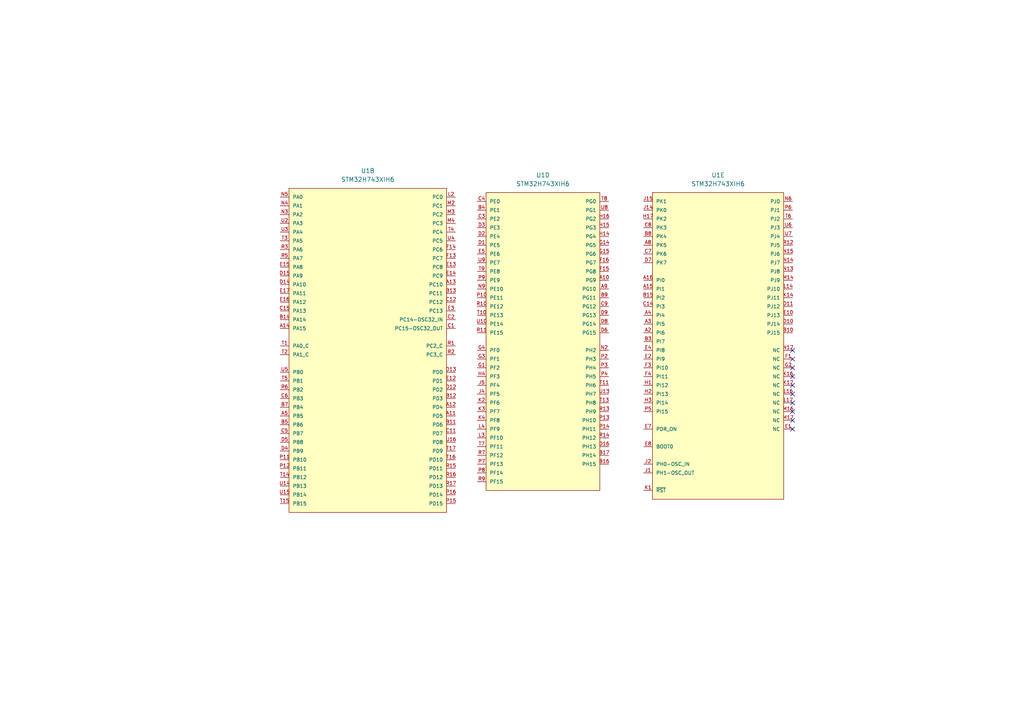
<source format=kicad_sch>
(kicad_sch (version 20231120) (generator "eeschema") (generator_version "8.0")
  (paper "A4")
  (lib_symbols
    (symbol "STM32H743XIH6:STM32H743XIH6" (pin_names (offset 1.016))
      (property "Reference" "U" (at 0 5.08 0))
      (property "Value" "STM32H743XIH6" (at 0 7.62 0))
      (symbol "STM32H743XIH6_1_1"
        (rectangle (start 5.08 2.54) (end 35.56 -83.82) (fill (type background)))
        (pin power_in line (at 38.1 0 180) (length 2.54) (name "VSS") (number "A1"))
        (pin power_in line (at 38.1 -2.54 180) (length 2.54) (name "VSS") (number "A17"))
        (pin power_in line (at 2.54 -25.4 0) (length 2.54) (name "VDDLDO") (number "A6"))
        (pin power_in line (at 2.54 -45.72 0) (length 2.54) (name "VCAP") (number "A7"))
        (pin power_in line (at 2.54 -40.64 0) (length 2.54) (name "VBAT") (number "B1"))
        (pin power_in line (at 38.1 -5.08 180) (length 2.54) (name "VSS") (number "B2"))
        (pin power_in line (at 38.1 -7.62 180) (length 2.54) (name "VSS") (number "B6"))
        (pin power_in line (at 38.1 -10.16 180) (length 2.54) (name "VSS") (number "C10"))
        (pin power_in line (at 38.1 -12.7 180) (length 2.54) (name "VSS") (number "C13"))
        (pin power_in line (at 38.1 -15.24 180) (length 2.54) (name "VSS") (number "C16"))
        (pin power_in line (at 2.54 -27.94 0) (length 2.54) (name "VDDLDO") (number "C17"))
        (pin power_in line (at 2.54 -48.26 0) (length 2.54) (name "VCAP") (number "D17"))
        (pin power_in line (at 2.54 -35.56 0) (length 2.54) (name "VDD") (number "E11"))
        (pin power_in line (at 2.54 -30.48 0) (length 2.54) (name "VDD") (number "E6"))
        (pin power_in line (at 2.54 -33.02 0) (length 2.54) (name "VDD") (number "E9"))
        (pin power_in line (at 2.54 -20.32 0) (length 2.54) (name "VDD33USB") (number "F17"))
        (pin power_in line (at 38.1 -17.78 180) (length 2.54) (name "VSS") (number "F2"))
        (pin power_in line (at 2.54 0 0) (length 2.54) (name "VDD") (number "F5"))
        (pin power_in line (at 38.1 -27.94 180) (length 2.54) (name "VSS") (number "G10"))
        (pin power_in line (at 38.1 -30.48 180) (length 2.54) (name "VSS") (number "G11"))
        (pin power_in line (at 2.54 -5.08 0) (length 2.54) (name "VDD") (number "G13"))
        (pin power_in line (at 38.1 -33.02 180) (length 2.54) (name "VSS") (number "G16"))
        (pin power_in line (at 2.54 -22.86 0) (length 2.54) (name "VDD50USB") (number "G17"))
        (pin power_in line (at 2.54 -2.54 0) (length 2.54) (name "VDD") (number "G5"))
        (pin power_in line (at 38.1 -20.32 180) (length 2.54) (name "VSS") (number "G7"))
        (pin power_in line (at 38.1 -22.86 180) (length 2.54) (name "VSS") (number "G8"))
        (pin power_in line (at 38.1 -25.4 180) (length 2.54) (name "VSS") (number "G9"))
        (pin power_in line (at 38.1 -43.18 180) (length 2.54) (name "VSS") (number "H10"))
        (pin power_in line (at 38.1 -45.72 180) (length 2.54) (name "VSS") (number "H11"))
        (pin power_in line (at 2.54 -10.16 0) (length 2.54) (name "VDD") (number "H13"))
        (pin power_in line (at 2.54 -7.62 0) (length 2.54) (name "VDD") (number "H5"))
        (pin power_in line (at 38.1 -35.56 180) (length 2.54) (name "VSS") (number "H7"))
        (pin power_in line (at 38.1 -38.1 180) (length 2.54) (name "VSS") (number "H8"))
        (pin power_in line (at 38.1 -40.64 180) (length 2.54) (name "VSS") (number "H9"))
        (pin power_in line (at 38.1 -58.42 180) (length 2.54) (name "VSS") (number "J10"))
        (pin power_in line (at 38.1 -60.96 180) (length 2.54) (name "VSS") (number "J11"))
        (pin power_in line (at 2.54 -12.7 0) (length 2.54) (name "VDD") (number "J13"))
        (pin power_in line (at 38.1 -63.5 180) (length 2.54) (name "VSS") (number "J16"))
        (pin power_in line (at 38.1 -66.04 180) (length 2.54) (name "VSS") (number "J17"))
        (pin power_in line (at 38.1 -48.26 180) (length 2.54) (name "VSS") (number "J3"))
        (pin power_in line (at 38.1 -50.8 180) (length 2.54) (name "VSS") (number "J7"))
        (pin power_in line (at 38.1 -53.34 180) (length 2.54) (name "VSS") (number "J8"))
        (pin power_in line (at 38.1 -55.88 180) (length 2.54) (name "VSS") (number "J9"))
        (pin power_in line (at 38.1 -76.2 180) (length 2.54) (name "VSS") (number "K10"))
        (pin power_in line (at 38.1 -78.74 180) (length 2.54) (name "VSS") (number "K11"))
        (pin power_in line (at 2.54 -17.78 0) (length 2.54) (name "VDD") (number "K13"))
        (pin power_in line (at 38.1 -81.28 180) (length 2.54) (name "VSS") (number "K15"))
        (pin power_in line (at 2.54 -15.24 0) (length 2.54) (name "VDD") (number "K5"))
        (pin power_in line (at 38.1 -68.58 180) (length 2.54) (name "VSS") (number "K7"))
        (pin power_in line (at 38.1 -71.12 180) (length 2.54) (name "VSS") (number "K8"))
        (pin power_in line (at 38.1 -73.66 180) (length 2.54) (name "VSS") (number "K9"))
      )
      (symbol "STM32H743XIH6_2_1"
        (rectangle (start 5.08 2.54) (end 50.8 -91.44) (fill (type background)))
        (pin bidirectional line (at 53.34 -63.5 180) (length 2.54) (name "PD5") (number "A11"))
        (pin bidirectional line (at 53.34 -60.96 180) (length 2.54) (name "PD4") (number "A12"))
        (pin bidirectional line (at 53.34 -25.4 180) (length 2.54) (name "PC10") (number "A13"))
        (pin bidirectional line (at 2.54 -38.1 0) (length 2.54) (name "PA15") (number "A14"))
        (pin bidirectional line (at 2.54 -63.5 0) (length 2.54) (name "PB5") (number "A5"))
        (pin bidirectional line (at 53.34 -66.04 180) (length 2.54) (name "PD6") (number "B11"))
        (pin bidirectional line (at 53.34 -58.42 180) (length 2.54) (name "PD3") (number "B12"))
        (pin bidirectional line (at 53.34 -27.94 180) (length 2.54) (name "PC11") (number "B13"))
        (pin bidirectional line (at 2.54 -35.56 0) (length 2.54) (name "PA14") (number "B14"))
        (pin bidirectional line (at 2.54 -66.04 0) (length 2.54) (name "PB6") (number "B5"))
        (pin bidirectional line (at 2.54 -60.96 0) (length 2.54) (name "PB4") (number "B7"))
        (pin bidirectional line (at 53.34 -38.1 180) (length 2.54) (name "PC15-OSC32_OUT") (number "C1"))
        (pin bidirectional line (at 53.34 -68.58 180) (length 2.54) (name "PD7") (number "C11"))
        (pin bidirectional line (at 53.34 -30.48 180) (length 2.54) (name "PC12") (number "C12"))
        (pin bidirectional line (at 2.54 -33.02 0) (length 2.54) (name "PA13") (number "C15"))
        (pin bidirectional line (at 53.34 -35.56 180) (length 2.54) (name "PC14-OSC32_IN") (number "C2"))
        (pin bidirectional line (at 2.54 -68.58 0) (length 2.54) (name "PB7") (number "C5"))
        (pin bidirectional line (at 2.54 -58.42 0) (length 2.54) (name "PB3") (number "C6"))
        (pin bidirectional line (at 53.34 -55.88 180) (length 2.54) (name "PD2") (number "D12"))
        (pin bidirectional line (at 53.34 -50.8 180) (length 2.54) (name "PD0") (number "D13"))
        (pin bidirectional line (at 2.54 -25.4 0) (length 2.54) (name "PA10") (number "D14"))
        (pin bidirectional line (at 2.54 -22.86 0) (length 2.54) (name "PA9") (number "D15"))
        (pin bidirectional line (at 2.54 -73.66 0) (length 2.54) (name "PB9") (number "D4"))
        (pin bidirectional line (at 2.54 -71.12 0) (length 2.54) (name "PB8") (number "D5"))
        (pin bidirectional line (at 53.34 -53.34 180) (length 2.54) (name "PD1") (number "E12"))
        (pin bidirectional line (at 53.34 -20.32 180) (length 2.54) (name "PC8") (number "E13"))
        (pin bidirectional line (at 53.34 -22.86 180) (length 2.54) (name "PC9") (number "E14"))
        (pin bidirectional line (at 2.54 -20.32 0) (length 2.54) (name "PA8") (number "E15"))
        (pin bidirectional line (at 2.54 -30.48 0) (length 2.54) (name "PA12") (number "E16"))
        (pin bidirectional line (at 2.54 -27.94 0) (length 2.54) (name "PA11") (number "E17"))
        (pin bidirectional line (at 53.34 -33.02 180) (length 2.54) (name "PC13") (number "E3"))
        (pin bidirectional line (at 53.34 -17.78 180) (length 2.54) (name "PC7") (number "F13"))
        (pin bidirectional line (at 53.34 -15.24 180) (length 2.54) (name "PC6") (number "F14"))
        (pin bidirectional line (at 53.34 0 180) (length 2.54) (name "PC0") (number "L2"))
        (pin bidirectional line (at 53.34 -2.54 180) (length 2.54) (name "PC1") (number "M2"))
        (pin bidirectional line (at 53.34 -5.08 180) (length 2.54) (name "PC2") (number "M3"))
        (pin bidirectional line (at 53.34 -7.62 180) (length 2.54) (name "PC3") (number "M4"))
        (pin bidirectional line (at 2.54 -5.08 0) (length 2.54) (name "PA2") (number "N3"))
        (pin bidirectional line (at 2.54 -2.54 0) (length 2.54) (name "PA1") (number "N4"))
        (pin bidirectional line (at 2.54 0 0) (length 2.54) (name "PA0") (number "N5"))
        (pin bidirectional line (at 2.54 -76.2 0) (length 2.54) (name "PB10") (number "P11"))
        (pin bidirectional line (at 2.54 -78.74 0) (length 2.54) (name "PB11") (number "P12"))
        (pin bidirectional line (at 53.34 -88.9 180) (length 2.54) (name "PD15") (number "P15"))
        (pin bidirectional line (at 53.34 -86.36 180) (length 2.54) (name "PD14") (number "P16"))
        (pin bidirectional line (at 53.34 -43.18 180) (length 2.54) (name "PC2_C") (number "R1"))
        (pin bidirectional line (at 53.34 -78.74 180) (length 2.54) (name "PD11") (number "R15"))
        (pin bidirectional line (at 53.34 -81.28 180) (length 2.54) (name "PD12") (number "R16"))
        (pin bidirectional line (at 53.34 -83.82 180) (length 2.54) (name "PD13") (number "R17"))
        (pin bidirectional line (at 53.34 -45.72 180) (length 2.54) (name "PC3_C") (number "R2"))
        (pin bidirectional line (at 2.54 -15.24 0) (length 2.54) (name "PA6") (number "R3"))
        (pin bidirectional line (at 2.54 -17.78 0) (length 2.54) (name "PA7") (number "R5"))
        (pin bidirectional line (at 2.54 -55.88 0) (length 2.54) (name "PB2") (number "R6"))
        (pin bidirectional line (at 2.54 -43.18 0) (length 2.54) (name "PA0_C") (number "T1"))
        (pin bidirectional line (at 2.54 -81.28 0) (length 2.54) (name "PB12") (number "T14"))
        (pin bidirectional line (at 2.54 -88.9 0) (length 2.54) (name "PB15") (number "T15"))
        (pin bidirectional line (at 53.34 -76.2 180) (length 2.54) (name "PD10") (number "T16"))
        (pin bidirectional line (at 53.34 -73.66 180) (length 2.54) (name "PD9") (number "T17"))
        (pin bidirectional line (at 2.54 -45.72 0) (length 2.54) (name "PA1_C") (number "T2"))
        (pin bidirectional line (at 2.54 -12.7 0) (length 2.54) (name "PA5") (number "T3"))
        (pin bidirectional line (at 53.34 -10.16 180) (length 2.54) (name "PC4") (number "T4"))
        (pin bidirectional line (at 2.54 -53.34 0) (length 2.54) (name "PB1") (number "T5"))
        (pin bidirectional line (at 2.54 -83.82 0) (length 2.54) (name "PB13") (number "U14"))
        (pin bidirectional line (at 2.54 -86.36 0) (length 2.54) (name "PB14") (number "U15"))
        (pin bidirectional line (at 53.34 -71.12 180) (length 2.54) (name "PD8") (number "U16"))
        (pin bidirectional line (at 2.54 -7.62 0) (length 2.54) (name "PA3") (number "U2"))
        (pin bidirectional line (at 2.54 -10.16 0) (length 2.54) (name "PA4") (number "U3"))
        (pin bidirectional line (at 53.34 -12.7 180) (length 2.54) (name "PC5") (number "U4"))
        (pin bidirectional line (at 2.54 -50.8 0) (length 2.54) (name "PB0") (number "U5"))
      )
      (symbol "STM32H743XIH6_3_1"
        (rectangle (start 5.08 2.54) (end 35.56 -43.18) (fill (type background)))
        (pin power_in line (at 2.54 -25.4 0) (length 2.54) (name "VDDA") (number "L1"))
        (pin power_in line (at 38.1 -15.24 180) (length 2.54) (name "VSS") (number "L10"))
        (pin power_in line (at 38.1 -17.78 180) (length 2.54) (name "VSS") (number "L11"))
        (pin power_in line (at 2.54 -2.54 0) (length 2.54) (name "VDD") (number "L13"))
        (pin power_in line (at 38.1 -20.32 180) (length 2.54) (name "VSS") (number "L15"))
        (pin power_in line (at 2.54 0 0) (length 2.54) (name "VDD") (number "L5"))
        (pin power_in line (at 38.1 -7.62 180) (length 2.54) (name "VSS") (number "L7"))
        (pin power_in line (at 38.1 -10.16 180) (length 2.54) (name "VSS") (number "L8"))
        (pin power_in line (at 38.1 -12.7 180) (length 2.54) (name "VSS") (number "L9"))
        (pin power_in line (at 2.54 -33.02 0) (length 2.54) (name "VREF+") (number "M1"))
        (pin power_in line (at 2.54 -7.62 0) (length 2.54) (name "VDD") (number "M13"))
        (pin power_in line (at 38.1 -22.86 180) (length 2.54) (name "VSS") (number "M15"))
        (pin power_in line (at 2.54 -5.08 0) (length 2.54) (name "VDD") (number "M5"))
        (pin power_in line (at 2.54 -35.56 0) (length 2.54) (name "VREF-") (number "N1"))
        (pin power_in line (at 2.54 -15.24 0) (length 2.54) (name "VDD") (number "N10"))
        (pin power_in line (at 2.54 -17.78 0) (length 2.54) (name "VDD") (number "N11"))
        (pin power_in line (at 2.54 -20.32 0) (length 2.54) (name "VDD") (number "N12"))
        (pin power_in line (at 38.1 -25.4 180) (length 2.54) (name "VSS") (number "N16"))
        (pin power_in line (at 2.54 -10.16 0) (length 2.54) (name "VDD") (number "N7"))
        (pin power_in line (at 2.54 -12.7 0) (length 2.54) (name "VDD") (number "N8"))
        (pin power_in line (at 38.1 -40.64 180) (length 2.54) (name "VSSA") (number "P1"))
        (pin power_in line (at 2.54 -22.86 0) (length 2.54) (name "VDD") (number "P17"))
        (pin power_in line (at 38.1 -27.94 180) (length 2.54) (name "VSS") (number "R4"))
        (pin power_in line (at 38.1 -30.48 180) (length 2.54) (name "VSS") (number "R8"))
        (pin power_in line (at 38.1 -33.02 180) (length 2.54) (name "VSS") (number "T12"))
        (pin power_in line (at 38.1 -35.56 180) (length 2.54) (name "VSS") (number "U1"))
        (pin power_in line (at 2.54 -40.64 0) (length 2.54) (name "VCAP") (number "U11"))
        (pin power_in line (at 2.54 -27.94 0) (length 2.54) (name "VDDLDO") (number "U12"))
        (pin power_in line (at 38.1 -38.1 180) (length 2.54) (name "VSS") (number "U17"))
      )
      (symbol "STM32H743XIH6_4_1"
        (rectangle (start 5.08 2.54) (end 38.1 -83.82) (fill (type background)))
        (pin bidirectional line (at 40.64 -22.86 180) (length 2.54) (name "PG9") (number "A10"))
        (pin bidirectional line (at 40.64 -25.4 180) (length 2.54) (name "PG10") (number "A9"))
        (pin bidirectional line (at 40.64 -76.2 180) (length 2.54) (name "PH15") (number "B16"))
        (pin bidirectional line (at 40.64 -73.66 180) (length 2.54) (name "PH14") (number "B17"))
        (pin bidirectional line (at 2.54 -2.54 0) (length 2.54) (name "PE1") (number "B4"))
        (pin bidirectional line (at 40.64 -27.94 180) (length 2.54) (name "PG11") (number "B9"))
        (pin bidirectional line (at 2.54 -5.08 0) (length 2.54) (name "PE2") (number "C3"))
        (pin bidirectional line (at 2.54 0 0) (length 2.54) (name "PE0") (number "C4"))
        (pin bidirectional line (at 40.64 -30.48 180) (length 2.54) (name "PG12") (number "C9"))
        (pin bidirectional line (at 2.54 -12.7 0) (length 2.54) (name "PE5") (number "D1"))
        (pin bidirectional line (at 40.64 -71.12 180) (length 2.54) (name "PH13") (number "D16"))
        (pin bidirectional line (at 2.54 -10.16 0) (length 2.54) (name "PE4") (number "D2"))
        (pin bidirectional line (at 2.54 -7.62 0) (length 2.54) (name "PE3") (number "D3"))
        (pin bidirectional line (at 40.64 -38.1 180) (length 2.54) (name "PG15") (number "D6"))
        (pin bidirectional line (at 40.64 -35.56 180) (length 2.54) (name "PG14") (number "D8"))
        (pin bidirectional line (at 40.64 -33.02 180) (length 2.54) (name "PG13") (number "D9"))
        (pin bidirectional line (at 2.54 -15.24 0) (length 2.54) (name "PE6") (number "E5"))
        (pin bidirectional line (at 40.64 -20.32 180) (length 2.54) (name "PG8") (number "F15"))
        (pin bidirectional line (at 40.64 -17.78 180) (length 2.54) (name "PG7") (number "F16"))
        (pin bidirectional line (at 2.54 -48.26 0) (length 2.54) (name "PF2") (number "G1"))
        (pin bidirectional line (at 40.64 -12.7 180) (length 2.54) (name "PG5") (number "G14"))
        (pin bidirectional line (at 40.64 -15.24 180) (length 2.54) (name "PG6") (number "G15"))
        (pin bidirectional line (at 2.54 -45.72 0) (length 2.54) (name "PF1") (number "G3"))
        (pin bidirectional line (at 2.54 -43.18 0) (length 2.54) (name "PF0") (number "G4"))
        (pin bidirectional line (at 40.64 -10.16 180) (length 2.54) (name "PG4") (number "H14"))
        (pin bidirectional line (at 40.64 -7.62 180) (length 2.54) (name "PG3") (number "H15"))
        (pin bidirectional line (at 40.64 -5.08 180) (length 2.54) (name "PG2") (number "H16"))
        (pin bidirectional line (at 2.54 -50.8 0) (length 2.54) (name "PF3") (number "H4"))
        (pin bidirectional line (at 2.54 -55.88 0) (length 2.54) (name "PF5") (number "J4"))
        (pin bidirectional line (at 2.54 -53.34 0) (length 2.54) (name "PF4") (number "J5"))
        (pin bidirectional line (at 2.54 -58.42 0) (length 2.54) (name "PF6") (number "K2"))
        (pin bidirectional line (at 2.54 -60.96 0) (length 2.54) (name "PF7") (number "K3"))
        (pin bidirectional line (at 2.54 -63.5 0) (length 2.54) (name "PF8") (number "K4"))
        (pin bidirectional line (at 2.54 -68.58 0) (length 2.54) (name "PF10") (number "L3"))
        (pin bidirectional line (at 2.54 -66.04 0) (length 2.54) (name "PF9") (number "L4"))
        (pin bidirectional line (at 40.64 -43.18 180) (length 2.54) (name "PH2") (number "N2"))
        (pin bidirectional line (at 2.54 -25.4 0) (length 2.54) (name "PE10") (number "N9"))
        (pin bidirectional line (at 2.54 -27.94 0) (length 2.54) (name "PE11") (number "P10"))
        (pin bidirectional line (at 40.64 -63.5 180) (length 2.54) (name "PH10") (number "P13"))
        (pin bidirectional line (at 40.64 -66.04 180) (length 2.54) (name "PH11") (number "P14"))
        (pin bidirectional line (at 40.64 -45.72 180) (length 2.54) (name "PH3") (number "P2"))
        (pin bidirectional line (at 40.64 -48.26 180) (length 2.54) (name "PH4") (number "P3"))
        (pin bidirectional line (at 40.64 -50.8 180) (length 2.54) (name "PH5") (number "P4"))
        (pin bidirectional line (at 2.54 -76.2 0) (length 2.54) (name "PF13") (number "P7"))
        (pin bidirectional line (at 2.54 -78.74 0) (length 2.54) (name "PF14") (number "P8"))
        (pin bidirectional line (at 2.54 -22.86 0) (length 2.54) (name "PE9") (number "P9"))
        (pin bidirectional line (at 2.54 -30.48 0) (length 2.54) (name "PE12") (number "R10"))
        (pin bidirectional line (at 2.54 -38.1 0) (length 2.54) (name "PE15") (number "R11"))
        (pin bidirectional line (at 40.64 -60.96 180) (length 2.54) (name "PH9") (number "R13"))
        (pin bidirectional line (at 40.64 -68.58 180) (length 2.54) (name "PH12") (number "R14"))
        (pin bidirectional line (at 2.54 -73.66 0) (length 2.54) (name "PF12") (number "R7"))
        (pin bidirectional line (at 2.54 -81.28 0) (length 2.54) (name "PF15") (number "R9"))
        (pin bidirectional line (at 2.54 -33.02 0) (length 2.54) (name "PE13") (number "T10"))
        (pin bidirectional line (at 40.64 -53.34 180) (length 2.54) (name "PH6") (number "T11"))
        (pin bidirectional line (at 40.64 -58.42 180) (length 2.54) (name "PH8") (number "T13"))
        (pin bidirectional line (at 2.54 -71.12 0) (length 2.54) (name "PF11") (number "T7"))
        (pin bidirectional line (at 40.64 0 180) (length 2.54) (name "PG0") (number "T8"))
        (pin bidirectional line (at 2.54 -20.32 0) (length 2.54) (name "PE8") (number "T9"))
        (pin bidirectional line (at 2.54 -35.56 0) (length 2.54) (name "PE14") (number "U10"))
        (pin bidirectional line (at 40.64 -55.88 180) (length 2.54) (name "PH7") (number "U13"))
        (pin bidirectional line (at 40.64 -2.54 180) (length 2.54) (name "PG1") (number "U8"))
        (pin bidirectional line (at 2.54 -17.78 0) (length 2.54) (name "PE7") (number "U9"))
      )
      (symbol "STM32H743XIH6_5_1"
        (rectangle (start 5.08 2.54) (end 43.18 -86.36) (fill (type background)))
        (pin bidirectional line (at 2.54 -25.4 0) (length 2.54) (name "PI1") (number "A15"))
        (pin bidirectional line (at 2.54 -22.86 0) (length 2.54) (name "PI0") (number "A16"))
        (pin bidirectional line (at 2.54 -38.1 0) (length 2.54) (name "PI6") (number "A2"))
        (pin bidirectional line (at 2.54 -35.56 0) (length 2.54) (name "PI5") (number "A3"))
        (pin bidirectional line (at 2.54 -33.02 0) (length 2.54) (name "PI4") (number "A4"))
        (pin bidirectional line (at 2.54 -12.7 0) (length 2.54) (name "PK5") (number "A8"))
        (pin bidirectional line (at 45.72 -38.1 180) (length 2.54) (name "PJ15") (number "B10"))
        (pin bidirectional line (at 2.54 -27.94 0) (length 2.54) (name "PI2") (number "B15"))
        (pin bidirectional line (at 2.54 -40.64 0) (length 2.54) (name "PI7") (number "B3"))
        (pin bidirectional line (at 2.54 -10.16 0) (length 2.54) (name "PK4") (number "B8"))
        (pin bidirectional line (at 2.54 -30.48 0) (length 2.54) (name "PI3") (number "C14"))
        (pin bidirectional line (at 2.54 -15.24 0) (length 2.54) (name "PK6") (number "C7"))
        (pin bidirectional line (at 2.54 -7.62 0) (length 2.54) (name "PK3") (number "C8"))
        (pin bidirectional line (at 45.72 -35.56 180) (length 2.54) (name "PJ14") (number "D10"))
        (pin bidirectional line (at 45.72 -30.48 180) (length 2.54) (name "PJ12") (number "D11"))
        (pin bidirectional line (at 2.54 -17.78 0) (length 2.54) (name "PK7") (number "D7"))
        (pin passive line (at 45.72 -66.04 180) (length 2.54) (name "NC") (number "E1"))
        (pin bidirectional line (at 45.72 -33.02 180) (length 2.54) (name "PJ13") (number "E10"))
        (pin bidirectional line (at 2.54 -45.72 0) (length 2.54) (name "PI9") (number "E2"))
        (pin bidirectional line (at 2.54 -43.18 0) (length 2.54) (name "PI8") (number "E4"))
        (pin bidirectional line (at 2.54 -66.04 0) (length 2.54) (name "PDR_ON") (number "E7"))
        (pin bidirectional line (at 2.54 -71.12 0) (length 2.54) (name "BOOT0") (number "E8"))
        (pin passive line (at 45.72 -45.72 180) (length 2.54) (name "NC") (number "F1"))
        (pin bidirectional line (at 2.54 -48.26 0) (length 2.54) (name "PI10") (number "F3"))
        (pin bidirectional line (at 2.54 -50.8 0) (length 2.54) (name "PI11") (number "F4"))
        (pin passive line (at 45.72 -48.26 180) (length 2.54) (name "NC") (number "G2"))
        (pin bidirectional line (at 2.54 -53.34 0) (length 2.54) (name "PI12") (number "H1"))
        (pin bidirectional line (at 2.54 -5.08 0) (length 2.54) (name "PK2") (number "H17"))
        (pin bidirectional line (at 2.54 -55.88 0) (length 2.54) (name "PI13") (number "H2"))
        (pin bidirectional line (at 2.54 -58.42 0) (length 2.54) (name "PI14") (number "H3"))
        (pin bidirectional line (at 2.54 -78.74 0) (length 2.54) (name "PH1-OSC_OUT") (number "J1"))
        (pin bidirectional line (at 2.54 -2.54 0) (length 2.54) (name "PK0") (number "J14"))
        (pin bidirectional line (at 2.54 0 0) (length 2.54) (name "PK1") (number "J15"))
        (pin bidirectional line (at 2.54 -76.2 0) (length 2.54) (name "PH0-OSC_IN") (number "J2"))
        (pin input line (at 2.54 -83.82 0) (length 2.54) (name "~{RST}") (number "K1"))
        (pin bidirectional line (at 45.72 -27.94 180) (length 2.54) (name "PJ11") (number "K14"))
        (pin passive line (at 45.72 -50.8 180) (length 2.54) (name "NC") (number "K16"))
        (pin passive line (at 45.72 -53.34 180) (length 2.54) (name "NC") (number "K17"))
        (pin bidirectional line (at 45.72 -25.4 180) (length 2.54) (name "PJ10") (number "L14"))
        (pin passive line (at 45.72 -55.88 180) (length 2.54) (name "NC") (number "L16"))
        (pin passive line (at 45.72 -58.42 180) (length 2.54) (name "NC") (number "L17"))
        (pin bidirectional line (at 45.72 -22.86 180) (length 2.54) (name "PJ9") (number "M14"))
        (pin passive line (at 45.72 -60.96 180) (length 2.54) (name "NC") (number "M16"))
        (pin passive line (at 45.72 -63.5 180) (length 2.54) (name "NC") (number "M17"))
        (pin bidirectional line (at 45.72 -20.32 180) (length 2.54) (name "PJ8") (number "N13"))
        (pin bidirectional line (at 45.72 -17.78 180) (length 2.54) (name "PJ7") (number "N14"))
        (pin bidirectional line (at 45.72 -15.24 180) (length 2.54) (name "PJ6") (number "N15"))
        (pin passive line (at 45.72 -43.18 180) (length 2.54) (name "NC") (number "N17"))
        (pin bidirectional line (at 45.72 0 180) (length 2.54) (name "PJ0") (number "N6"))
        (pin bidirectional line (at 2.54 -60.96 0) (length 2.54) (name "PI15") (number "P5"))
        (pin bidirectional line (at 45.72 -2.54 180) (length 2.54) (name "PJ1") (number "P6"))
        (pin bidirectional line (at 45.72 -12.7 180) (length 2.54) (name "PJ5") (number "R12"))
        (pin bidirectional line (at 45.72 -5.08 180) (length 2.54) (name "PJ2") (number "T6"))
        (pin bidirectional line (at 45.72 -7.62 180) (length 2.54) (name "PJ3") (number "U6"))
        (pin bidirectional line (at 45.72 -10.16 180) (length 2.54) (name "PJ4") (number "U7"))
      )
    )
  )
  (no_connect (at 229.87 104.14))
  (no_connect (at 229.87 124.46))
  (no_connect (at 229.87 116.84))
  (no_connect (at 229.87 101.6))
  (no_connect (at 229.87 111.76))
  (no_connect (at 229.87 106.68))
  (no_connect (at 229.87 121.92))
  (no_connect (at 229.87 109.22))
  (no_connect (at 229.87 114.3))
  (no_connect (at 229.87 119.38))
  (symbol (lib_id "STM32H743XIH6:STM32H743XIH6") (at 135.89 58.42 0) (unit 4)
    (property "Reference" "U1" (at 157.48 50.8 0))
    (property "Value" "STM32H743XIH6" (at 157.48 53.34 0))
    (property "Footprint" "Package_BGA:TFBGA-265_14x14mm_Layout17x17_P0.8mm" (effects (hide yes)))
    (property "Datasheet" "https://www.st.com/resource/en/datasheet/stm32h743xi.pdf" (effects (hide yes)))
    (property "Description" "1060KBytes" (effects (hide yes)))
    (property "ambient temperature range high" "+85°C" (effects (hide yes)))
    (property "ambient temperature range low" "-40°C" (effects (hide yes)))
    (property "automotive" "No" (effects (hide yes)))
    (property "category" "IC" (effects (hide yes)))
    (property "core architecture" "ARM Cortex-M7" (effects (hide yes)))
    (property "data bus width" "32bits" (effects (hide yes)))
    (property "device class L1" "Integrated Circuits (ICs)" (effects (hide yes)))
    (property "device class L2" "Embedded Processors and Controllers" (effects (hide yes)))
    (property "device class L3" "Microcontrollers" (effects (hide yes)))
    (property "digikey description" "IC MCU 32BIT 2MB FLASH TFBGA" (effects (hide yes)))
    (property "digikey part number" "497-17724-ND" (effects (hide yes)))
    (property "frequency" "400MHz" (effects (hide yes)))
    (property "height" "1.1mm" (effects (hide yes)))
    (property "interface" "I2C,SPI,UART,USART,CAN,USB,LIN,IrDA,Ethernet,I2S,SMBus,Other" (effects (hide yes)))
    (property "ipc land pattern name" "BGA289N80P17X17_1400X1400X110" (effects (hide yes)))
    (property "lead free" "Yes" (effects (hide yes)))
    (property "library id" "d2652beb1f032d63" (effects (hide yes)))
    (property "manufacturer" "STMicroelectronics" (effects (hide yes)))
    (property "max junction temp" "+125°C" (effects (hide yes)))
    (property "max supply voltage" "3.6V" (effects (hide yes)))
    (property "memory size" "2MBytes" (effects (hide yes)))
    (property "memory type" "FLASH" (effects (hide yes)))
    (property "min supply voltage" "1.62V" (effects (hide yes)))
    (property "mouser description" "MCU 32-Bit STM32H743XI ARM Cortex M7 RISC 2MB Flash 1.62V to 3.6V 265-Pin TFBGA Tray" (effects (hide yes)))
    (property "mouser part number" "511-STM32H743XIH6" (effects (hide yes)))
    (property "number of A/D converters" "3" (effects (hide yes)))
    (property "number of ADC channels" "36" (effects (hide yes)))
    (property "number of I/Os" "168" (effects (hide yes)))
    (property "number of I2C channels" "4" (effects (hide yes)))
    (property "number of PWM channels" "48" (effects (hide yes)))
    (property "number of SPI channels" "6" (effects (hide yes)))
    (property "number of UART channels" "9" (effects (hide yes)))
    (property "number of USB channels" "2" (effects (hide yes)))
    (property "number of cores" "1" (effects (hide yes)))
    (property "number of ethernet channels" "1" (effects (hide yes)))
    (property "number of timers/counters" "20" (effects (hide yes)))
    (property "package" "TFBGA265" (effects (hide yes)))
    (property "rohs" "Yes" (effects (hide yes)))
    (property "standoff height" "0.15mm" (effects (hide yes)))
    (property "temperature range high" "+85°C" (effects (hide yes)))
    (property "temperature range low" "-40°C" (effects (hide yes)))
  )
  (symbol (lib_id "STM32H743XIH6:STM32H743XIH6") (at 78.74 57.15 0) (unit 2)
    (property "Reference" "U1" (at 106.68 49.53 0))
    (property "Value" "STM32H743XIH6" (at 106.68 52.07 0))
    (property "Footprint" "Package_BGA:TFBGA-265_14x14mm_Layout17x17_P0.8mm" (effects (hide yes)))
    (property "Datasheet" "https://www.st.com/resource/en/datasheet/stm32h743xi.pdf" (effects (hide yes)))
    (property "Description" "1060KBytes" (effects (hide yes)))
    (property "ambient temperature range high" "+85°C" (effects (hide yes)))
    (property "ambient temperature range low" "-40°C" (effects (hide yes)))
    (property "automotive" "No" (effects (hide yes)))
    (property "category" "IC" (effects (hide yes)))
    (property "core architecture" "ARM Cortex-M7" (effects (hide yes)))
    (property "data bus width" "32bits" (effects (hide yes)))
    (property "device class L1" "Integrated Circuits (ICs)" (effects (hide yes)))
    (property "device class L2" "Embedded Processors and Controllers" (effects (hide yes)))
    (property "device class L3" "Microcontrollers" (effects (hide yes)))
    (property "digikey description" "IC MCU 32BIT 2MB FLASH TFBGA" (effects (hide yes)))
    (property "digikey part number" "497-17724-ND" (effects (hide yes)))
    (property "frequency" "400MHz" (effects (hide yes)))
    (property "height" "1.1mm" (effects (hide yes)))
    (property "interface" "I2C,SPI,UART,USART,CAN,USB,LIN,IrDA,Ethernet,I2S,SMBus,Other" (effects (hide yes)))
    (property "ipc land pattern name" "BGA289N80P17X17_1400X1400X110" (effects (hide yes)))
    (property "lead free" "Yes" (effects (hide yes)))
    (property "library id" "d2652beb1f032d63" (effects (hide yes)))
    (property "manufacturer" "STMicroelectronics" (effects (hide yes)))
    (property "max junction temp" "+125°C" (effects (hide yes)))
    (property "max supply voltage" "3.6V" (effects (hide yes)))
    (property "memory size" "2MBytes" (effects (hide yes)))
    (property "memory type" "FLASH" (effects (hide yes)))
    (property "min supply voltage" "1.62V" (effects (hide yes)))
    (property "mouser description" "MCU 32-Bit STM32H743XI ARM Cortex M7 RISC 2MB Flash 1.62V to 3.6V 265-Pin TFBGA Tray" (effects (hide yes)))
    (property "mouser part number" "511-STM32H743XIH6" (effects (hide yes)))
    (property "number of A/D converters" "3" (effects (hide yes)))
    (property "number of ADC channels" "36" (effects (hide yes)))
    (property "number of I/Os" "168" (effects (hide yes)))
    (property "number of I2C channels" "4" (effects (hide yes)))
    (property "number of PWM channels" "48" (effects (hide yes)))
    (property "number of SPI channels" "6" (effects (hide yes)))
    (property "number of UART channels" "9" (effects (hide yes)))
    (property "number of USB channels" "2" (effects (hide yes)))
    (property "number of cores" "1" (effects (hide yes)))
    (property "number of ethernet channels" "1" (effects (hide yes)))
    (property "number of timers/counters" "20" (effects (hide yes)))
    (property "package" "TFBGA265" (effects (hide yes)))
    (property "rohs" "Yes" (effects (hide yes)))
    (property "standoff height" "0.15mm" (effects (hide yes)))
    (property "temperature range high" "+85°C" (effects (hide yes)))
    (property "temperature range low" "-40°C" (effects (hide yes)))
  )
  (symbol (lib_id "STM32H743XIH6:STM32H743XIH6") (at 184.15 58.42 0) (unit 5)
    (property "Reference" "U1" (at 208.28 50.8 0))
    (property "Value" "STM32H743XIH6" (at 208.28 53.34 0))
    (property "Footprint" "Package_BGA:TFBGA-265_14x14mm_Layout17x17_P0.8mm" (effects (hide yes)))
    (property "Datasheet" "https://www.st.com/resource/en/datasheet/stm32h743xi.pdf" (effects (hide yes)))
    (property "Description" "1060KBytes" (effects (hide yes)))
    (property "ambient temperature range high" "+85°C" (effects (hide yes)))
    (property "ambient temperature range low" "-40°C" (effects (hide yes)))
    (property "automotive" "No" (effects (hide yes)))
    (property "category" "IC" (effects (hide yes)))
    (property "core architecture" "ARM Cortex-M7" (effects (hide yes)))
    (property "data bus width" "32bits" (effects (hide yes)))
    (property "device class L1" "Integrated Circuits (ICs)" (effects (hide yes)))
    (property "device class L2" "Embedded Processors and Controllers" (effects (hide yes)))
    (property "device class L3" "Microcontrollers" (effects (hide yes)))
    (property "digikey description" "IC MCU 32BIT 2MB FLASH TFBGA" (effects (hide yes)))
    (property "digikey part number" "497-17724-ND" (effects (hide yes)))
    (property "frequency" "400MHz" (effects (hide yes)))
    (property "height" "1.1mm" (effects (hide yes)))
    (property "interface" "I2C,SPI,UART,USART,CAN,USB,LIN,IrDA,Ethernet,I2S,SMBus,Other" (effects (hide yes)))
    (property "ipc land pattern name" "BGA289N80P17X17_1400X1400X110" (effects (hide yes)))
    (property "lead free" "Yes" (effects (hide yes)))
    (property "library id" "d2652beb1f032d63" (effects (hide yes)))
    (property "manufacturer" "STMicroelectronics" (effects (hide yes)))
    (property "max junction temp" "+125°C" (effects (hide yes)))
    (property "max supply voltage" "3.6V" (effects (hide yes)))
    (property "memory size" "2MBytes" (effects (hide yes)))
    (property "memory type" "FLASH" (effects (hide yes)))
    (property "min supply voltage" "1.62V" (effects (hide yes)))
    (property "mouser description" "MCU 32-Bit STM32H743XI ARM Cortex M7 RISC 2MB Flash 1.62V to 3.6V 265-Pin TFBGA Tray" (effects (hide yes)))
    (property "mouser part number" "511-STM32H743XIH6" (effects (hide yes)))
    (property "number of A/D converters" "3" (effects (hide yes)))
    (property "number of ADC channels" "36" (effects (hide yes)))
    (property "number of I/Os" "168" (effects (hide yes)))
    (property "number of I2C channels" "4" (effects (hide yes)))
    (property "number of PWM channels" "48" (effects (hide yes)))
    (property "number of SPI channels" "6" (effects (hide yes)))
    (property "number of UART channels" "9" (effects (hide yes)))
    (property "number of USB channels" "2" (effects (hide yes)))
    (property "number of cores" "1" (effects (hide yes)))
    (property "number of ethernet channels" "1" (effects (hide yes)))
    (property "number of timers/counters" "20" (effects (hide yes)))
    (property "package" "TFBGA265" (effects (hide yes)))
    (property "rohs" "Yes" (effects (hide yes)))
    (property "standoff height" "0.15mm" (effects (hide yes)))
    (property "temperature range high" "+85°C" (effects (hide yes)))
    (property "temperature range low" "-40°C" (effects (hide yes)))
  )
  (sheet (at -61.595 18.415) (size 48.26 38.1) (stroke (width 0.1524))
    (property "Sheetname" "POWER" (at -61.595 17.7034 0) (effects (justify left bottom)))
    (property "Sheetfile" "power.kicad_sch" (at -61.595 57.0996 0) (effects (justify left top)))
  )
  (sheet (at -61.595 64.135) (size 48.26 40.64) (stroke (width 0.1524))
    (property "Sheetname" "Memory" (at -61.595 63.4234 0) (effects (justify left bottom)))
    (property "Sheetfile" "memory.kicad_sch" (at -61.595 105.3596 0) (effects (justify left top)))
  )
)
</source>
